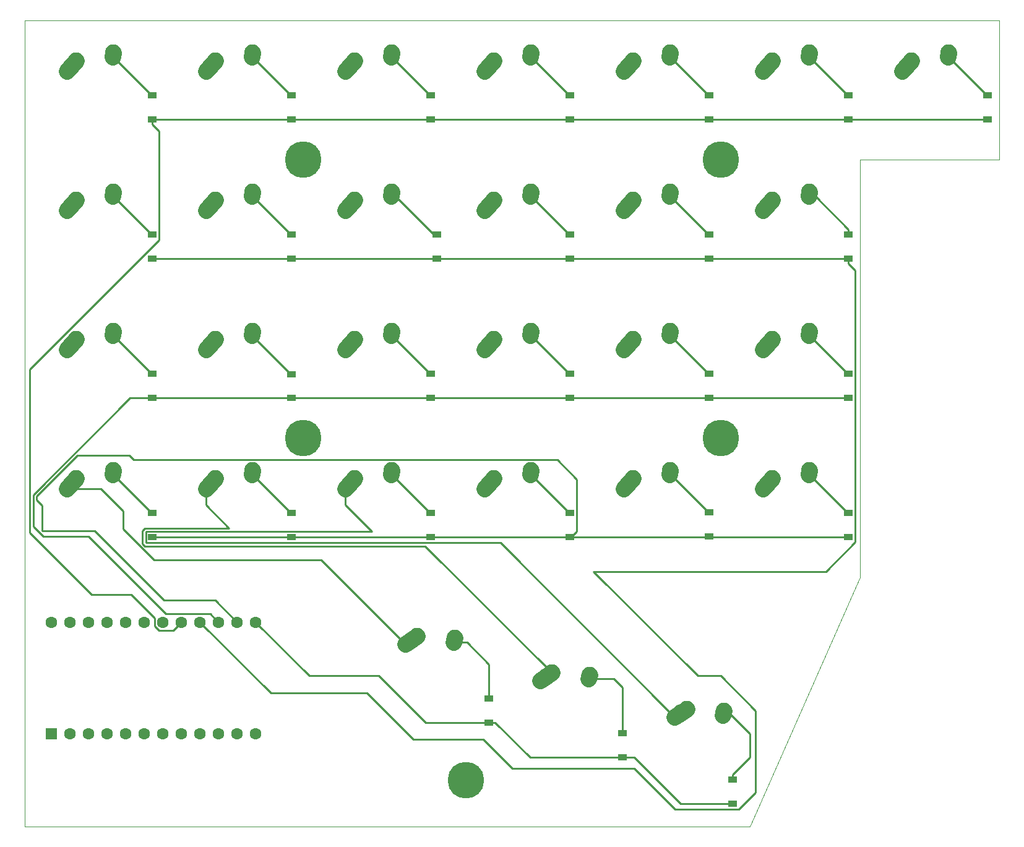
<source format=gbr>
G04 #@! TF.GenerationSoftware,KiCad,Pcbnew,(5.1.4)-1*
G04 #@! TF.CreationDate,2022-03-17T16:03:27-07:00*
G04 #@! TF.ProjectId,Dweebs-Macro-Mini,44776565-6273-42d4-9d61-63726f2d4d69,rev?*
G04 #@! TF.SameCoordinates,Original*
G04 #@! TF.FileFunction,Copper,L2,Bot*
G04 #@! TF.FilePolarity,Positive*
%FSLAX46Y46*%
G04 Gerber Fmt 4.6, Leading zero omitted, Abs format (unit mm)*
G04 Created by KiCad (PCBNEW (5.1.4)-1) date 2022-03-17 16:03:27*
%MOMM*%
%LPD*%
G04 APERTURE LIST*
%ADD10C,0.050000*%
%ADD11C,5.000000*%
%ADD12C,2.250000*%
%ADD13C,2.250000*%
%ADD14C,1.600000*%
%ADD15R,1.600000X1.600000*%
%ADD16R,1.200000X0.900000*%
%ADD17C,0.250000*%
G04 APERTURE END LIST*
D10*
X73772884Y-150018562D02*
X73818750Y-39687500D01*
X173037500Y-150018750D02*
X188118750Y-115887500D01*
X169068750Y-150018750D02*
X173037500Y-150018750D01*
X169068750Y-150018750D02*
X73772884Y-150018562D01*
X188118750Y-58737500D02*
X188118750Y-115887500D01*
X207168750Y-58737500D02*
X188118750Y-58737500D01*
X207168750Y-39687500D02*
X207168750Y-58737500D01*
X73818750Y-39687500D02*
X207168750Y-39687500D01*
D11*
X134143750Y-143668750D03*
X111918750Y-96837500D03*
X169068750Y-96837500D03*
X169068750Y-58737500D03*
X111918750Y-58737500D03*
D12*
X80843750Y-102362500D03*
X80188751Y-103092500D03*
D13*
X79533750Y-103822500D02*
X80843752Y-102362500D01*
D12*
X85883750Y-101282500D03*
X85863750Y-101572500D03*
D13*
X85843750Y-101862500D02*
X85883750Y-101282500D01*
D12*
X164355462Y-133919249D03*
X163533843Y-134454849D03*
D13*
X162712223Y-134990448D02*
X164355463Y-133919250D01*
D12*
X169503252Y-134180497D03*
X169408876Y-134455439D03*
D13*
X169314500Y-134730381D02*
X169503252Y-134180497D01*
D12*
X145940462Y-128966249D03*
X145118843Y-129501849D03*
D13*
X144297223Y-130037448D02*
X145940463Y-128966250D01*
D12*
X151088252Y-129227497D03*
X150993876Y-129502439D03*
D13*
X150899500Y-129777381D02*
X151088252Y-129227497D01*
D12*
X127510462Y-123959249D03*
X126688843Y-124494849D03*
D13*
X125867223Y-125030448D02*
X127510463Y-123959250D01*
D12*
X132658252Y-124220497D03*
X132563876Y-124495439D03*
D13*
X132469500Y-124770381D02*
X132658252Y-124220497D01*
D12*
X176093750Y-102362500D03*
X175438751Y-103092500D03*
D13*
X174783750Y-103822500D02*
X176093752Y-102362500D01*
D12*
X181133750Y-101282500D03*
X181113750Y-101572500D03*
D13*
X181093750Y-101862500D02*
X181133750Y-101282500D01*
D12*
X157043750Y-102362500D03*
X156388751Y-103092500D03*
D13*
X155733750Y-103822500D02*
X157043752Y-102362500D01*
D12*
X162083750Y-101282500D03*
X162063750Y-101572500D03*
D13*
X162043750Y-101862500D02*
X162083750Y-101282500D01*
D12*
X137993750Y-102362500D03*
X137338751Y-103092500D03*
D13*
X136683750Y-103822500D02*
X137993752Y-102362500D01*
D12*
X143033750Y-101282500D03*
X143013750Y-101572500D03*
D13*
X142993750Y-101862500D02*
X143033750Y-101282500D01*
D12*
X118943750Y-102362500D03*
X118288751Y-103092500D03*
D13*
X117633750Y-103822500D02*
X118943752Y-102362500D01*
D12*
X123983750Y-101282500D03*
X123963750Y-101572500D03*
D13*
X123943750Y-101862500D02*
X123983750Y-101282500D01*
D12*
X99893750Y-102362500D03*
X99238751Y-103092500D03*
D13*
X98583750Y-103822500D02*
X99893752Y-102362500D01*
D12*
X104933750Y-101282500D03*
X104913750Y-101572500D03*
D13*
X104893750Y-101862500D02*
X104933750Y-101282500D01*
D12*
X176093750Y-83312500D03*
X175438751Y-84042500D03*
D13*
X174783750Y-84772500D02*
X176093752Y-83312500D01*
D12*
X181133750Y-82232500D03*
X181113750Y-82522500D03*
D13*
X181093750Y-82812500D02*
X181133750Y-82232500D01*
D12*
X157043750Y-83312500D03*
X156388751Y-84042500D03*
D13*
X155733750Y-84772500D02*
X157043752Y-83312500D01*
D12*
X162083750Y-82232500D03*
X162063750Y-82522500D03*
D13*
X162043750Y-82812500D02*
X162083750Y-82232500D01*
D12*
X137993750Y-83312500D03*
X137338751Y-84042500D03*
D13*
X136683750Y-84772500D02*
X137993752Y-83312500D01*
D12*
X143033750Y-82232500D03*
X143013750Y-82522500D03*
D13*
X142993750Y-82812500D02*
X143033750Y-82232500D01*
D12*
X118943750Y-83312500D03*
X118288751Y-84042500D03*
D13*
X117633750Y-84772500D02*
X118943752Y-83312500D01*
D12*
X123983750Y-82232500D03*
X123963750Y-82522500D03*
D13*
X123943750Y-82812500D02*
X123983750Y-82232500D01*
D12*
X99893750Y-83312500D03*
X99238751Y-84042500D03*
D13*
X98583750Y-84772500D02*
X99893752Y-83312500D01*
D12*
X104933750Y-82232500D03*
X104913750Y-82522500D03*
D13*
X104893750Y-82812500D02*
X104933750Y-82232500D01*
D12*
X80843750Y-83312500D03*
X80188751Y-84042500D03*
D13*
X79533750Y-84772500D02*
X80843752Y-83312500D01*
D12*
X85883750Y-82232500D03*
X85863750Y-82522500D03*
D13*
X85843750Y-82812500D02*
X85883750Y-82232500D01*
D12*
X176093750Y-64262500D03*
X175438751Y-64992500D03*
D13*
X174783750Y-65722500D02*
X176093752Y-64262500D01*
D12*
X181133750Y-63182500D03*
X181113750Y-63472500D03*
D13*
X181093750Y-63762500D02*
X181133750Y-63182500D01*
D12*
X157043750Y-64262500D03*
X156388751Y-64992500D03*
D13*
X155733750Y-65722500D02*
X157043752Y-64262500D01*
D12*
X162083750Y-63182500D03*
X162063750Y-63472500D03*
D13*
X162043750Y-63762500D02*
X162083750Y-63182500D01*
D12*
X137993750Y-64262500D03*
X137338751Y-64992500D03*
D13*
X136683750Y-65722500D02*
X137993752Y-64262500D01*
D12*
X143033750Y-63182500D03*
X143013750Y-63472500D03*
D13*
X142993750Y-63762500D02*
X143033750Y-63182500D01*
D12*
X118943750Y-64262500D03*
X118288751Y-64992500D03*
D13*
X117633750Y-65722500D02*
X118943752Y-64262500D01*
D12*
X123983750Y-63182500D03*
X123963750Y-63472500D03*
D13*
X123943750Y-63762500D02*
X123983750Y-63182500D01*
D12*
X99893750Y-64262500D03*
X99238751Y-64992500D03*
D13*
X98583750Y-65722500D02*
X99893752Y-64262500D01*
D12*
X104933750Y-63182500D03*
X104913750Y-63472500D03*
D13*
X104893750Y-63762500D02*
X104933750Y-63182500D01*
D12*
X80843750Y-64262500D03*
X80188751Y-64992500D03*
D13*
X79533750Y-65722500D02*
X80843752Y-64262500D01*
D12*
X85883750Y-63182500D03*
X85863750Y-63472500D03*
D13*
X85843750Y-63762500D02*
X85883750Y-63182500D01*
D12*
X195143750Y-45212500D03*
X194488751Y-45942500D03*
D13*
X193833750Y-46672500D02*
X195143752Y-45212500D01*
D12*
X200183750Y-44132500D03*
X200163750Y-44422500D03*
D13*
X200143750Y-44712500D02*
X200183750Y-44132500D01*
D12*
X176093750Y-45212500D03*
X175438751Y-45942500D03*
D13*
X174783750Y-46672500D02*
X176093752Y-45212500D01*
D12*
X181133750Y-44132500D03*
X181113750Y-44422500D03*
D13*
X181093750Y-44712500D02*
X181133750Y-44132500D01*
D12*
X157043750Y-45212500D03*
X156388751Y-45942500D03*
D13*
X155733750Y-46672500D02*
X157043752Y-45212500D01*
D12*
X162083750Y-44132500D03*
X162063750Y-44422500D03*
D13*
X162043750Y-44712500D02*
X162083750Y-44132500D01*
D12*
X137993750Y-45212500D03*
X137338751Y-45942500D03*
D13*
X136683750Y-46672500D02*
X137993752Y-45212500D01*
D12*
X143033750Y-44132500D03*
X143013750Y-44422500D03*
D13*
X142993750Y-44712500D02*
X143033750Y-44132500D01*
D12*
X118943750Y-45212500D03*
X118288751Y-45942500D03*
D13*
X117633750Y-46672500D02*
X118943752Y-45212500D01*
D12*
X123983750Y-44132500D03*
X123963750Y-44422500D03*
D13*
X123943750Y-44712500D02*
X123983750Y-44132500D01*
D12*
X99893750Y-45212500D03*
X99238751Y-45942500D03*
D13*
X98583750Y-46672500D02*
X99893752Y-45212500D01*
D12*
X104933750Y-44132500D03*
X104913750Y-44422500D03*
D13*
X104893750Y-44712500D02*
X104933750Y-44132500D01*
D12*
X80843750Y-45212500D03*
X80188751Y-45942500D03*
D13*
X79533750Y-46672500D02*
X80843752Y-45212500D01*
D12*
X85883750Y-44132500D03*
X85863750Y-44422500D03*
D13*
X85843750Y-44712500D02*
X85883750Y-44132500D01*
D14*
X77470000Y-122047000D03*
X80010000Y-122047000D03*
X82550000Y-122047000D03*
X85090000Y-122047000D03*
X87630000Y-122047000D03*
X90170000Y-122047000D03*
X92710000Y-122047000D03*
X95250000Y-122047000D03*
X97790000Y-122047000D03*
X100330000Y-122047000D03*
X102870000Y-122047000D03*
X105410000Y-122047000D03*
X105410000Y-137287000D03*
X102870000Y-137287000D03*
X100330000Y-137287000D03*
X97790000Y-137287000D03*
X95250000Y-137287000D03*
X92710000Y-137287000D03*
X90170000Y-137287000D03*
X87630000Y-137287000D03*
X85090000Y-137287000D03*
X82550000Y-137287000D03*
X80010000Y-137287000D03*
D15*
X77470000Y-137287000D03*
D16*
X170656250Y-143606250D03*
X170656250Y-146906250D03*
X155575000Y-137256250D03*
X155575000Y-140556250D03*
X137318750Y-132493750D03*
X137318750Y-135793750D03*
X186531250Y-107093750D03*
X186531250Y-110393750D03*
X167481250Y-107031250D03*
X167481250Y-110331250D03*
X148431250Y-107093750D03*
X148431250Y-110393750D03*
X129381250Y-107093750D03*
X129381250Y-110393750D03*
X110331250Y-107093750D03*
X110331250Y-110393750D03*
X91281250Y-107093750D03*
X91281250Y-110393750D03*
X186531250Y-88043750D03*
X186531250Y-91343750D03*
X167481250Y-88043750D03*
X167481250Y-91343750D03*
X148431250Y-88043750D03*
X148431250Y-91343750D03*
X129381250Y-88043750D03*
X129381250Y-91343750D03*
X110331250Y-88076250D03*
X110331250Y-91376250D03*
X91281250Y-88043750D03*
X91281250Y-91343750D03*
X186531250Y-68993750D03*
X186531250Y-72293750D03*
X167481250Y-68993750D03*
X167481250Y-72293750D03*
X148431250Y-68993750D03*
X148431250Y-72293750D03*
X130175000Y-68993750D03*
X130175000Y-72293750D03*
X110331250Y-68993750D03*
X110331250Y-72293750D03*
X91281250Y-68993750D03*
X91281250Y-72293750D03*
X205581250Y-49943750D03*
X205581250Y-53243750D03*
X186531250Y-49943750D03*
X186531250Y-53243750D03*
X167481250Y-49943750D03*
X167481250Y-53243750D03*
X148431250Y-49943750D03*
X148431250Y-53243750D03*
X129381250Y-49943750D03*
X129381250Y-53243750D03*
X110331250Y-49943750D03*
X110331250Y-53243750D03*
X91281250Y-49943750D03*
X91281250Y-53243750D03*
D17*
X85900000Y-44712500D02*
X85843750Y-44712500D01*
X91131250Y-49943750D02*
X85900000Y-44712500D01*
X91281250Y-49943750D02*
X91131250Y-49943750D01*
X91281250Y-53243750D02*
X110331250Y-53243750D01*
X110331250Y-53243750D02*
X129381250Y-53243750D01*
X129381250Y-53243750D02*
X148431250Y-53243750D01*
X148431250Y-53243750D02*
X167481250Y-53243750D01*
X167481250Y-53243750D02*
X186531250Y-53243750D01*
X186531250Y-53243750D02*
X205581250Y-53243750D01*
X74506231Y-109798229D02*
X82976752Y-118268750D01*
X74506231Y-87403771D02*
X74506231Y-109798229D01*
X92206251Y-69703751D02*
X74506231Y-87403771D01*
X92206251Y-54868751D02*
X92206251Y-69703751D01*
X91281250Y-53243750D02*
X91281250Y-53943750D01*
X91281250Y-53943750D02*
X92206251Y-54868751D01*
X94450001Y-122846999D02*
X95250000Y-122047000D01*
X94124999Y-123172001D02*
X94450001Y-122846999D01*
X92169999Y-123172001D02*
X94124999Y-123172001D01*
X91584999Y-122587001D02*
X92169999Y-123172001D01*
X91584999Y-121506999D02*
X91584999Y-122587001D01*
X88346750Y-118268750D02*
X91584999Y-121506999D01*
X82976752Y-118268750D02*
X88346750Y-118268750D01*
X110181250Y-49943750D02*
X110331250Y-49943750D01*
X104950000Y-44712500D02*
X110181250Y-49943750D01*
X104893750Y-44712500D02*
X104950000Y-44712500D01*
X129231250Y-49943750D02*
X129381250Y-49943750D01*
X124000000Y-44712500D02*
X129231250Y-49943750D01*
X123943750Y-44712500D02*
X124000000Y-44712500D01*
X148281250Y-49943750D02*
X148431250Y-49943750D01*
X143050000Y-44712500D02*
X148281250Y-49943750D01*
X142993750Y-44712500D02*
X143050000Y-44712500D01*
X167331250Y-49943750D02*
X167481250Y-49943750D01*
X162100000Y-44712500D02*
X167331250Y-49943750D01*
X162043750Y-44712500D02*
X162100000Y-44712500D01*
X186381250Y-49943750D02*
X186531250Y-49943750D01*
X181150000Y-44712500D02*
X186381250Y-49943750D01*
X181093750Y-44712500D02*
X181150000Y-44712500D01*
X205431250Y-49943750D02*
X205581250Y-49943750D01*
X200200000Y-44712500D02*
X205431250Y-49943750D01*
X200143750Y-44712500D02*
X200200000Y-44712500D01*
X91131250Y-68993750D02*
X91281250Y-68993750D01*
X85900000Y-63762500D02*
X91131250Y-68993750D01*
X85843750Y-63762500D02*
X85900000Y-63762500D01*
X91281250Y-72293750D02*
X110331250Y-72293750D01*
X129318750Y-72293750D02*
X148431250Y-72293750D01*
X129318750Y-72293750D02*
X130175000Y-72293750D01*
X110331250Y-72293750D02*
X129318750Y-72293750D01*
X148431250Y-72293750D02*
X167481250Y-72293750D01*
X167481250Y-72293750D02*
X186531250Y-72293750D01*
X187456251Y-111103751D02*
X183466252Y-115093750D01*
X187456251Y-73918751D02*
X187456251Y-111103751D01*
X186531250Y-72293750D02*
X186531250Y-72993750D01*
X186531250Y-72993750D02*
X187456251Y-73918751D01*
X183466252Y-115093750D02*
X151606250Y-115093750D01*
X151606250Y-115093750D02*
X165893750Y-129381250D01*
X165893750Y-129381250D02*
X169068750Y-129381250D01*
X169068750Y-129381250D02*
X173831250Y-134143750D01*
X171516251Y-147681251D02*
X162762501Y-147681251D01*
X173831250Y-134143750D02*
X173831250Y-145366252D01*
X173831250Y-145366252D02*
X171516251Y-147681251D01*
X162762501Y-147681251D02*
X157162500Y-142081250D01*
X157162500Y-142081250D02*
X140493750Y-142081250D01*
X140493750Y-142081250D02*
X136525000Y-138112500D01*
X136525000Y-138112500D02*
X127000000Y-138112500D01*
X127000000Y-138112500D02*
X120650000Y-131762500D01*
X107505500Y-131762500D02*
X97790000Y-122047000D01*
X120650000Y-131762500D02*
X107505500Y-131762500D01*
X110181250Y-68993750D02*
X110331250Y-68993750D01*
X104950000Y-63762500D02*
X110181250Y-68993750D01*
X104893750Y-63762500D02*
X104950000Y-63762500D01*
X125108749Y-64307499D02*
X123983750Y-63182500D01*
X129795000Y-68993750D02*
X125108749Y-64307499D01*
X130175000Y-68993750D02*
X129795000Y-68993750D01*
X143050000Y-63762500D02*
X142993750Y-63762500D01*
X148281250Y-68993750D02*
X143050000Y-63762500D01*
X148431250Y-68993750D02*
X148281250Y-68993750D01*
X162100000Y-63762500D02*
X162043750Y-63762500D01*
X167331250Y-68993750D02*
X162100000Y-63762500D01*
X167481250Y-68993750D02*
X167331250Y-68993750D01*
X182000000Y-63762500D02*
X181093750Y-63762500D01*
X186531250Y-68293750D02*
X182000000Y-63762500D01*
X186531250Y-68993750D02*
X186531250Y-68293750D01*
X85900000Y-82812500D02*
X85843750Y-82812500D01*
X91131250Y-88043750D02*
X85900000Y-82812500D01*
X91281250Y-88043750D02*
X91131250Y-88043750D01*
X110298750Y-91343750D02*
X110331250Y-91376250D01*
X91281250Y-91343750D02*
X110298750Y-91343750D01*
X129348750Y-91376250D02*
X129381250Y-91343750D01*
X110331250Y-91376250D02*
X129348750Y-91376250D01*
X129381250Y-91343750D02*
X148431250Y-91343750D01*
X148431250Y-91343750D02*
X167481250Y-91343750D01*
X167481250Y-91343750D02*
X186531250Y-91343750D01*
X99204999Y-120921999D02*
X93140749Y-120921999D01*
X100330000Y-122047000D02*
X99204999Y-120921999D01*
X93140749Y-120921999D02*
X82550000Y-110331250D01*
X90431250Y-91343750D02*
X91281250Y-91343750D01*
X88201090Y-91343750D02*
X90431250Y-91343750D01*
X74956241Y-104588599D02*
X88201090Y-91343750D01*
X74956241Y-108930151D02*
X74956241Y-104588599D01*
X76357340Y-110331250D02*
X74956241Y-108930151D01*
X82550000Y-110331250D02*
X76357340Y-110331250D01*
X104933750Y-82828750D02*
X104933750Y-82232500D01*
X110181250Y-88076250D02*
X104933750Y-82828750D01*
X110331250Y-88076250D02*
X110181250Y-88076250D01*
X124000000Y-82812500D02*
X123943750Y-82812500D01*
X129231250Y-88043750D02*
X124000000Y-82812500D01*
X129381250Y-88043750D02*
X129231250Y-88043750D01*
X143050000Y-82812500D02*
X142993750Y-82812500D01*
X148281250Y-88043750D02*
X143050000Y-82812500D01*
X148431250Y-88043750D02*
X148281250Y-88043750D01*
X162100000Y-82812500D02*
X162043750Y-82812500D01*
X167331250Y-88043750D02*
X162100000Y-82812500D01*
X167481250Y-88043750D02*
X167331250Y-88043750D01*
X181133750Y-82796250D02*
X181133750Y-82232500D01*
X186381250Y-88043750D02*
X181133750Y-82796250D01*
X186531250Y-88043750D02*
X186381250Y-88043750D01*
X91131250Y-107093750D02*
X91281250Y-107093750D01*
X85900000Y-101862500D02*
X91131250Y-107093750D01*
X85843750Y-101862500D02*
X85900000Y-101862500D01*
X91281250Y-110393750D02*
X110331250Y-110393750D01*
X110331250Y-110393750D02*
X129381250Y-110393750D01*
X129381250Y-110393750D02*
X148431250Y-110393750D01*
X167418750Y-110393750D02*
X167481250Y-110331250D01*
X166625000Y-110393750D02*
X186531250Y-110393750D01*
X166625000Y-110393750D02*
X167418750Y-110393750D01*
X148431250Y-110393750D02*
X166625000Y-110393750D01*
X99885500Y-119062500D02*
X102870000Y-122047000D01*
X92868750Y-119062500D02*
X99885500Y-119062500D01*
X83343750Y-109537500D02*
X92868750Y-119062500D01*
X76200000Y-109537500D02*
X83343750Y-109537500D01*
X76200000Y-106074752D02*
X76200000Y-109537500D01*
X75406250Y-105281002D02*
X76200000Y-106074752D01*
X80962500Y-99218750D02*
X75406250Y-104775000D01*
X88106250Y-99218750D02*
X80962500Y-99218750D01*
X148581250Y-110393750D02*
X149356251Y-109618749D01*
X148431250Y-110393750D02*
X148581250Y-110393750D01*
X149356251Y-109618749D02*
X149356251Y-102525001D01*
X149356251Y-102525001D02*
X146663749Y-99832499D01*
X146663749Y-99832499D02*
X88719999Y-99832499D01*
X75406250Y-104775000D02*
X75406250Y-105281002D01*
X88719999Y-99832499D02*
X88106250Y-99218750D01*
X110181250Y-107093750D02*
X110331250Y-107093750D01*
X104950000Y-101862500D02*
X110181250Y-107093750D01*
X104893750Y-101862500D02*
X104950000Y-101862500D01*
X129231250Y-107093750D02*
X129381250Y-107093750D01*
X124000000Y-101862500D02*
X129231250Y-107093750D01*
X123943750Y-101862500D02*
X124000000Y-101862500D01*
X148281250Y-107093750D02*
X148431250Y-107093750D01*
X143050000Y-101862500D02*
X148281250Y-107093750D01*
X142993750Y-101862500D02*
X143050000Y-101862500D01*
X167331250Y-107031250D02*
X167481250Y-107031250D01*
X162162500Y-101862500D02*
X167331250Y-107031250D01*
X162043750Y-101862500D02*
X162162500Y-101862500D01*
X186381250Y-107093750D02*
X186531250Y-107093750D01*
X181150000Y-101862500D02*
X186381250Y-107093750D01*
X181093750Y-101862500D02*
X181150000Y-101862500D01*
X132469500Y-124770381D02*
X134295381Y-124770381D01*
X137318750Y-127793750D02*
X137318750Y-132493750D01*
X134295381Y-124770381D02*
X137318750Y-127793750D01*
X154725000Y-140556250D02*
X155575000Y-140556250D01*
X142931250Y-140556250D02*
X154725000Y-140556250D01*
X138168750Y-135793750D02*
X142931250Y-140556250D01*
X137318750Y-135793750D02*
X138168750Y-135793750D01*
X155575000Y-140556250D02*
X157225000Y-140556250D01*
X163575000Y-146906250D02*
X170656250Y-146906250D01*
X157225000Y-140556250D02*
X163575000Y-146906250D01*
X137318750Y-135793750D02*
X128650000Y-135793750D01*
X128650000Y-135793750D02*
X122237500Y-129381250D01*
X112744250Y-129381250D02*
X105410000Y-122047000D01*
X122237500Y-129381250D02*
X112744250Y-129381250D01*
X150899500Y-129777381D02*
X154383631Y-129777381D01*
X155575000Y-130968750D02*
X155575000Y-137256250D01*
X154383631Y-129777381D02*
X155575000Y-130968750D01*
X169314500Y-134730381D02*
X170449131Y-134730381D01*
X170449131Y-134730381D02*
X173037500Y-137318750D01*
X170656250Y-142906250D02*
X170656250Y-143606250D01*
X173037500Y-140525000D02*
X170656250Y-142906250D01*
X173037500Y-137318750D02*
X173037500Y-140525000D01*
X87223749Y-109244071D02*
X91485928Y-113506250D01*
X87223749Y-106810525D02*
X87223749Y-109244071D01*
X79533750Y-103822500D02*
X84235724Y-103822500D01*
X84235724Y-103822500D02*
X87223749Y-106810525D01*
X114343025Y-113506250D02*
X125867223Y-125030448D01*
X91485928Y-113506250D02*
X114343025Y-113506250D01*
X89906239Y-109497349D02*
X89906240Y-111290152D01*
X90234849Y-111618761D02*
X128592974Y-111618761D01*
X89906240Y-111290152D02*
X90234849Y-111618761D01*
X90234848Y-109168740D02*
X89906239Y-109497349D01*
X101768015Y-109168739D02*
X90234848Y-109168740D01*
X128592974Y-111618761D02*
X145940462Y-128966249D01*
X98583750Y-105984474D02*
X101768015Y-109168739D01*
X98583750Y-103822500D02*
X98583750Y-105984474D01*
X138890526Y-111168751D02*
X162712223Y-134990448D01*
X90421249Y-111168751D02*
X138890526Y-111168751D01*
X90356249Y-109683749D02*
X90356249Y-111103751D01*
X90421249Y-109618749D02*
X90356249Y-109683749D01*
X121268025Y-109618749D02*
X90421249Y-109618749D01*
X117633750Y-105984474D02*
X121268025Y-109618749D01*
X90356249Y-111103751D02*
X90421249Y-111168751D01*
X117633750Y-103822500D02*
X117633750Y-105984474D01*
M02*

</source>
